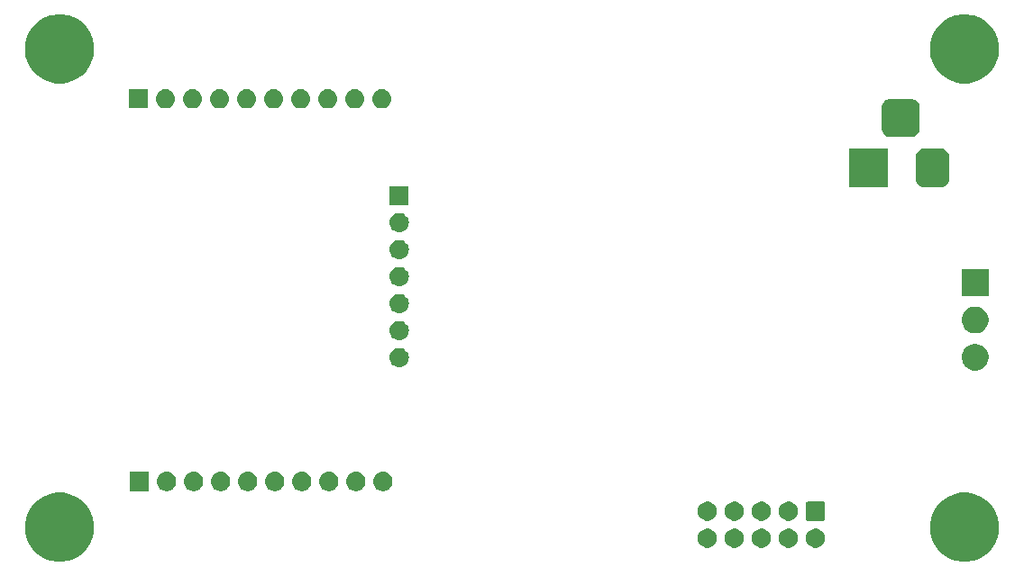
<source format=gbr>
G04 #@! TF.GenerationSoftware,KiCad,Pcbnew,(5.1.0)-1*
G04 #@! TF.CreationDate,2021-02-18T11:37:16+07:00*
G04 #@! TF.ProjectId,ESP32_BoardV1,45535033-325f-4426-9f61-726456312e6b,rev?*
G04 #@! TF.SameCoordinates,Original*
G04 #@! TF.FileFunction,Soldermask,Bot*
G04 #@! TF.FilePolarity,Negative*
%FSLAX46Y46*%
G04 Gerber Fmt 4.6, Leading zero omitted, Abs format (unit mm)*
G04 Created by KiCad (PCBNEW (5.1.0)-1) date 2021-02-18 11:37:16*
%MOMM*%
%LPD*%
G04 APERTURE LIST*
%ADD10C,0.100000*%
G04 APERTURE END LIST*
D10*
G36*
X212634239Y-131811467D02*
G01*
X212948282Y-131873934D01*
X213539926Y-132119001D01*
X214072392Y-132474784D01*
X214525216Y-132927608D01*
X214880999Y-133460074D01*
X215126066Y-134051718D01*
X215142831Y-134136000D01*
X215251000Y-134679803D01*
X215251000Y-135320197D01*
X215222068Y-135465646D01*
X215126066Y-135948282D01*
X214880999Y-136539926D01*
X214525216Y-137072392D01*
X214072392Y-137525216D01*
X213539926Y-137880999D01*
X212948282Y-138126066D01*
X212634239Y-138188533D01*
X212320197Y-138251000D01*
X211679803Y-138251000D01*
X211365761Y-138188533D01*
X211051718Y-138126066D01*
X210460074Y-137880999D01*
X209927608Y-137525216D01*
X209474784Y-137072392D01*
X209119001Y-136539926D01*
X208873934Y-135948282D01*
X208777932Y-135465646D01*
X208749000Y-135320197D01*
X208749000Y-134679803D01*
X208857169Y-134136000D01*
X208873934Y-134051718D01*
X209119001Y-133460074D01*
X209474784Y-132927608D01*
X209927608Y-132474784D01*
X210460074Y-132119001D01*
X211051718Y-131873934D01*
X211365761Y-131811467D01*
X211679803Y-131749000D01*
X212320197Y-131749000D01*
X212634239Y-131811467D01*
X212634239Y-131811467D01*
G37*
G36*
X127634239Y-131811467D02*
G01*
X127948282Y-131873934D01*
X128539926Y-132119001D01*
X129072392Y-132474784D01*
X129525216Y-132927608D01*
X129880999Y-133460074D01*
X130126066Y-134051718D01*
X130142831Y-134136000D01*
X130251000Y-134679803D01*
X130251000Y-135320197D01*
X130222068Y-135465646D01*
X130126066Y-135948282D01*
X129880999Y-136539926D01*
X129525216Y-137072392D01*
X129072392Y-137525216D01*
X128539926Y-137880999D01*
X127948282Y-138126066D01*
X127634239Y-138188533D01*
X127320197Y-138251000D01*
X126679803Y-138251000D01*
X126365761Y-138188533D01*
X126051718Y-138126066D01*
X125460074Y-137880999D01*
X124927608Y-137525216D01*
X124474784Y-137072392D01*
X124119001Y-136539926D01*
X123873934Y-135948282D01*
X123777932Y-135465646D01*
X123749000Y-135320197D01*
X123749000Y-134679803D01*
X123857169Y-134136000D01*
X123873934Y-134051718D01*
X124119001Y-133460074D01*
X124474784Y-132927608D01*
X124927608Y-132474784D01*
X125460074Y-132119001D01*
X126051718Y-131873934D01*
X126365761Y-131811467D01*
X126679803Y-131749000D01*
X127320197Y-131749000D01*
X127634239Y-131811467D01*
X127634239Y-131811467D01*
G37*
G36*
X187953512Y-135143927D02*
G01*
X188102812Y-135173624D01*
X188266784Y-135241544D01*
X188414354Y-135340147D01*
X188539853Y-135465646D01*
X188638456Y-135613216D01*
X188706376Y-135777188D01*
X188741000Y-135951259D01*
X188741000Y-136128741D01*
X188706376Y-136302812D01*
X188638456Y-136466784D01*
X188539853Y-136614354D01*
X188414354Y-136739853D01*
X188266784Y-136838456D01*
X188102812Y-136906376D01*
X187953512Y-136936073D01*
X187928742Y-136941000D01*
X187751258Y-136941000D01*
X187726488Y-136936073D01*
X187577188Y-136906376D01*
X187413216Y-136838456D01*
X187265646Y-136739853D01*
X187140147Y-136614354D01*
X187041544Y-136466784D01*
X186973624Y-136302812D01*
X186939000Y-136128741D01*
X186939000Y-135951259D01*
X186973624Y-135777188D01*
X187041544Y-135613216D01*
X187140147Y-135465646D01*
X187265646Y-135340147D01*
X187413216Y-135241544D01*
X187577188Y-135173624D01*
X187726488Y-135143927D01*
X187751258Y-135139000D01*
X187928742Y-135139000D01*
X187953512Y-135143927D01*
X187953512Y-135143927D01*
G37*
G36*
X195573512Y-135143927D02*
G01*
X195722812Y-135173624D01*
X195886784Y-135241544D01*
X196034354Y-135340147D01*
X196159853Y-135465646D01*
X196258456Y-135613216D01*
X196326376Y-135777188D01*
X196361000Y-135951259D01*
X196361000Y-136128741D01*
X196326376Y-136302812D01*
X196258456Y-136466784D01*
X196159853Y-136614354D01*
X196034354Y-136739853D01*
X195886784Y-136838456D01*
X195722812Y-136906376D01*
X195573512Y-136936073D01*
X195548742Y-136941000D01*
X195371258Y-136941000D01*
X195346488Y-136936073D01*
X195197188Y-136906376D01*
X195033216Y-136838456D01*
X194885646Y-136739853D01*
X194760147Y-136614354D01*
X194661544Y-136466784D01*
X194593624Y-136302812D01*
X194559000Y-136128741D01*
X194559000Y-135951259D01*
X194593624Y-135777188D01*
X194661544Y-135613216D01*
X194760147Y-135465646D01*
X194885646Y-135340147D01*
X195033216Y-135241544D01*
X195197188Y-135173624D01*
X195346488Y-135143927D01*
X195371258Y-135139000D01*
X195548742Y-135139000D01*
X195573512Y-135143927D01*
X195573512Y-135143927D01*
G37*
G36*
X193033512Y-135143927D02*
G01*
X193182812Y-135173624D01*
X193346784Y-135241544D01*
X193494354Y-135340147D01*
X193619853Y-135465646D01*
X193718456Y-135613216D01*
X193786376Y-135777188D01*
X193821000Y-135951259D01*
X193821000Y-136128741D01*
X193786376Y-136302812D01*
X193718456Y-136466784D01*
X193619853Y-136614354D01*
X193494354Y-136739853D01*
X193346784Y-136838456D01*
X193182812Y-136906376D01*
X193033512Y-136936073D01*
X193008742Y-136941000D01*
X192831258Y-136941000D01*
X192806488Y-136936073D01*
X192657188Y-136906376D01*
X192493216Y-136838456D01*
X192345646Y-136739853D01*
X192220147Y-136614354D01*
X192121544Y-136466784D01*
X192053624Y-136302812D01*
X192019000Y-136128741D01*
X192019000Y-135951259D01*
X192053624Y-135777188D01*
X192121544Y-135613216D01*
X192220147Y-135465646D01*
X192345646Y-135340147D01*
X192493216Y-135241544D01*
X192657188Y-135173624D01*
X192806488Y-135143927D01*
X192831258Y-135139000D01*
X193008742Y-135139000D01*
X193033512Y-135143927D01*
X193033512Y-135143927D01*
G37*
G36*
X198113512Y-135143927D02*
G01*
X198262812Y-135173624D01*
X198426784Y-135241544D01*
X198574354Y-135340147D01*
X198699853Y-135465646D01*
X198798456Y-135613216D01*
X198866376Y-135777188D01*
X198901000Y-135951259D01*
X198901000Y-136128741D01*
X198866376Y-136302812D01*
X198798456Y-136466784D01*
X198699853Y-136614354D01*
X198574354Y-136739853D01*
X198426784Y-136838456D01*
X198262812Y-136906376D01*
X198113512Y-136936073D01*
X198088742Y-136941000D01*
X197911258Y-136941000D01*
X197886488Y-136936073D01*
X197737188Y-136906376D01*
X197573216Y-136838456D01*
X197425646Y-136739853D01*
X197300147Y-136614354D01*
X197201544Y-136466784D01*
X197133624Y-136302812D01*
X197099000Y-136128741D01*
X197099000Y-135951259D01*
X197133624Y-135777188D01*
X197201544Y-135613216D01*
X197300147Y-135465646D01*
X197425646Y-135340147D01*
X197573216Y-135241544D01*
X197737188Y-135173624D01*
X197886488Y-135143927D01*
X197911258Y-135139000D01*
X198088742Y-135139000D01*
X198113512Y-135143927D01*
X198113512Y-135143927D01*
G37*
G36*
X190493512Y-135143927D02*
G01*
X190642812Y-135173624D01*
X190806784Y-135241544D01*
X190954354Y-135340147D01*
X191079853Y-135465646D01*
X191178456Y-135613216D01*
X191246376Y-135777188D01*
X191281000Y-135951259D01*
X191281000Y-136128741D01*
X191246376Y-136302812D01*
X191178456Y-136466784D01*
X191079853Y-136614354D01*
X190954354Y-136739853D01*
X190806784Y-136838456D01*
X190642812Y-136906376D01*
X190493512Y-136936073D01*
X190468742Y-136941000D01*
X190291258Y-136941000D01*
X190266488Y-136936073D01*
X190117188Y-136906376D01*
X189953216Y-136838456D01*
X189805646Y-136739853D01*
X189680147Y-136614354D01*
X189581544Y-136466784D01*
X189513624Y-136302812D01*
X189479000Y-136128741D01*
X189479000Y-135951259D01*
X189513624Y-135777188D01*
X189581544Y-135613216D01*
X189680147Y-135465646D01*
X189805646Y-135340147D01*
X189953216Y-135241544D01*
X190117188Y-135173624D01*
X190266488Y-135143927D01*
X190291258Y-135139000D01*
X190468742Y-135139000D01*
X190493512Y-135143927D01*
X190493512Y-135143927D01*
G37*
G36*
X198758600Y-132602989D02*
G01*
X198791652Y-132613015D01*
X198822103Y-132629292D01*
X198848799Y-132651201D01*
X198870708Y-132677897D01*
X198886985Y-132708348D01*
X198897011Y-132741400D01*
X198901000Y-132781903D01*
X198901000Y-134218097D01*
X198897011Y-134258600D01*
X198886985Y-134291652D01*
X198870708Y-134322103D01*
X198848799Y-134348799D01*
X198822103Y-134370708D01*
X198791652Y-134386985D01*
X198758600Y-134397011D01*
X198718097Y-134401000D01*
X197281903Y-134401000D01*
X197241400Y-134397011D01*
X197208348Y-134386985D01*
X197177897Y-134370708D01*
X197151201Y-134348799D01*
X197129292Y-134322103D01*
X197113015Y-134291652D01*
X197102989Y-134258600D01*
X197099000Y-134218097D01*
X197099000Y-132781903D01*
X197102989Y-132741400D01*
X197113015Y-132708348D01*
X197129292Y-132677897D01*
X197151201Y-132651201D01*
X197177897Y-132629292D01*
X197208348Y-132613015D01*
X197241400Y-132602989D01*
X197281903Y-132599000D01*
X198718097Y-132599000D01*
X198758600Y-132602989D01*
X198758600Y-132602989D01*
G37*
G36*
X195568796Y-132602989D02*
G01*
X195722812Y-132633624D01*
X195886784Y-132701544D01*
X196034354Y-132800147D01*
X196159853Y-132925646D01*
X196258456Y-133073216D01*
X196326376Y-133237188D01*
X196361000Y-133411259D01*
X196361000Y-133588741D01*
X196326376Y-133762812D01*
X196258456Y-133926784D01*
X196159853Y-134074354D01*
X196034354Y-134199853D01*
X195886784Y-134298456D01*
X195722812Y-134366376D01*
X195574341Y-134395908D01*
X195548742Y-134401000D01*
X195371258Y-134401000D01*
X195345659Y-134395908D01*
X195197188Y-134366376D01*
X195033216Y-134298456D01*
X194885646Y-134199853D01*
X194760147Y-134074354D01*
X194661544Y-133926784D01*
X194593624Y-133762812D01*
X194559000Y-133588741D01*
X194559000Y-133411259D01*
X194593624Y-133237188D01*
X194661544Y-133073216D01*
X194760147Y-132925646D01*
X194885646Y-132800147D01*
X195033216Y-132701544D01*
X195197188Y-132633624D01*
X195351204Y-132602989D01*
X195371258Y-132599000D01*
X195548742Y-132599000D01*
X195568796Y-132602989D01*
X195568796Y-132602989D01*
G37*
G36*
X193028796Y-132602989D02*
G01*
X193182812Y-132633624D01*
X193346784Y-132701544D01*
X193494354Y-132800147D01*
X193619853Y-132925646D01*
X193718456Y-133073216D01*
X193786376Y-133237188D01*
X193821000Y-133411259D01*
X193821000Y-133588741D01*
X193786376Y-133762812D01*
X193718456Y-133926784D01*
X193619853Y-134074354D01*
X193494354Y-134199853D01*
X193346784Y-134298456D01*
X193182812Y-134366376D01*
X193034341Y-134395908D01*
X193008742Y-134401000D01*
X192831258Y-134401000D01*
X192805659Y-134395908D01*
X192657188Y-134366376D01*
X192493216Y-134298456D01*
X192345646Y-134199853D01*
X192220147Y-134074354D01*
X192121544Y-133926784D01*
X192053624Y-133762812D01*
X192019000Y-133588741D01*
X192019000Y-133411259D01*
X192053624Y-133237188D01*
X192121544Y-133073216D01*
X192220147Y-132925646D01*
X192345646Y-132800147D01*
X192493216Y-132701544D01*
X192657188Y-132633624D01*
X192811204Y-132602989D01*
X192831258Y-132599000D01*
X193008742Y-132599000D01*
X193028796Y-132602989D01*
X193028796Y-132602989D01*
G37*
G36*
X190488796Y-132602989D02*
G01*
X190642812Y-132633624D01*
X190806784Y-132701544D01*
X190954354Y-132800147D01*
X191079853Y-132925646D01*
X191178456Y-133073216D01*
X191246376Y-133237188D01*
X191281000Y-133411259D01*
X191281000Y-133588741D01*
X191246376Y-133762812D01*
X191178456Y-133926784D01*
X191079853Y-134074354D01*
X190954354Y-134199853D01*
X190806784Y-134298456D01*
X190642812Y-134366376D01*
X190494341Y-134395908D01*
X190468742Y-134401000D01*
X190291258Y-134401000D01*
X190265659Y-134395908D01*
X190117188Y-134366376D01*
X189953216Y-134298456D01*
X189805646Y-134199853D01*
X189680147Y-134074354D01*
X189581544Y-133926784D01*
X189513624Y-133762812D01*
X189479000Y-133588741D01*
X189479000Y-133411259D01*
X189513624Y-133237188D01*
X189581544Y-133073216D01*
X189680147Y-132925646D01*
X189805646Y-132800147D01*
X189953216Y-132701544D01*
X190117188Y-132633624D01*
X190271204Y-132602989D01*
X190291258Y-132599000D01*
X190468742Y-132599000D01*
X190488796Y-132602989D01*
X190488796Y-132602989D01*
G37*
G36*
X187948796Y-132602989D02*
G01*
X188102812Y-132633624D01*
X188266784Y-132701544D01*
X188414354Y-132800147D01*
X188539853Y-132925646D01*
X188638456Y-133073216D01*
X188706376Y-133237188D01*
X188741000Y-133411259D01*
X188741000Y-133588741D01*
X188706376Y-133762812D01*
X188638456Y-133926784D01*
X188539853Y-134074354D01*
X188414354Y-134199853D01*
X188266784Y-134298456D01*
X188102812Y-134366376D01*
X187954341Y-134395908D01*
X187928742Y-134401000D01*
X187751258Y-134401000D01*
X187725659Y-134395908D01*
X187577188Y-134366376D01*
X187413216Y-134298456D01*
X187265646Y-134199853D01*
X187140147Y-134074354D01*
X187041544Y-133926784D01*
X186973624Y-133762812D01*
X186939000Y-133588741D01*
X186939000Y-133411259D01*
X186973624Y-133237188D01*
X187041544Y-133073216D01*
X187140147Y-132925646D01*
X187265646Y-132800147D01*
X187413216Y-132701544D01*
X187577188Y-132633624D01*
X187731204Y-132602989D01*
X187751258Y-132599000D01*
X187928742Y-132599000D01*
X187948796Y-132602989D01*
X187948796Y-132602989D01*
G37*
G36*
X152390442Y-129805518D02*
G01*
X152456627Y-129812037D01*
X152626466Y-129863557D01*
X152782991Y-129947222D01*
X152818729Y-129976552D01*
X152920186Y-130059814D01*
X153003448Y-130161271D01*
X153032778Y-130197009D01*
X153116443Y-130353534D01*
X153167963Y-130523373D01*
X153185359Y-130700000D01*
X153167963Y-130876627D01*
X153116443Y-131046466D01*
X153032778Y-131202991D01*
X153003448Y-131238729D01*
X152920186Y-131340186D01*
X152818729Y-131423448D01*
X152782991Y-131452778D01*
X152626466Y-131536443D01*
X152456627Y-131587963D01*
X152390442Y-131594482D01*
X152324260Y-131601000D01*
X152235740Y-131601000D01*
X152169558Y-131594482D01*
X152103373Y-131587963D01*
X151933534Y-131536443D01*
X151777009Y-131452778D01*
X151741271Y-131423448D01*
X151639814Y-131340186D01*
X151556552Y-131238729D01*
X151527222Y-131202991D01*
X151443557Y-131046466D01*
X151392037Y-130876627D01*
X151374641Y-130700000D01*
X151392037Y-130523373D01*
X151443557Y-130353534D01*
X151527222Y-130197009D01*
X151556552Y-130161271D01*
X151639814Y-130059814D01*
X151741271Y-129976552D01*
X151777009Y-129947222D01*
X151933534Y-129863557D01*
X152103373Y-129812037D01*
X152169558Y-129805518D01*
X152235740Y-129799000D01*
X152324260Y-129799000D01*
X152390442Y-129805518D01*
X152390442Y-129805518D01*
G37*
G36*
X157470442Y-129805518D02*
G01*
X157536627Y-129812037D01*
X157706466Y-129863557D01*
X157862991Y-129947222D01*
X157898729Y-129976552D01*
X158000186Y-130059814D01*
X158083448Y-130161271D01*
X158112778Y-130197009D01*
X158196443Y-130353534D01*
X158247963Y-130523373D01*
X158265359Y-130700000D01*
X158247963Y-130876627D01*
X158196443Y-131046466D01*
X158112778Y-131202991D01*
X158083448Y-131238729D01*
X158000186Y-131340186D01*
X157898729Y-131423448D01*
X157862991Y-131452778D01*
X157706466Y-131536443D01*
X157536627Y-131587963D01*
X157470442Y-131594482D01*
X157404260Y-131601000D01*
X157315740Y-131601000D01*
X157249558Y-131594482D01*
X157183373Y-131587963D01*
X157013534Y-131536443D01*
X156857009Y-131452778D01*
X156821271Y-131423448D01*
X156719814Y-131340186D01*
X156636552Y-131238729D01*
X156607222Y-131202991D01*
X156523557Y-131046466D01*
X156472037Y-130876627D01*
X156454641Y-130700000D01*
X156472037Y-130523373D01*
X156523557Y-130353534D01*
X156607222Y-130197009D01*
X156636552Y-130161271D01*
X156719814Y-130059814D01*
X156821271Y-129976552D01*
X156857009Y-129947222D01*
X157013534Y-129863557D01*
X157183373Y-129812037D01*
X157249558Y-129805518D01*
X157315740Y-129799000D01*
X157404260Y-129799000D01*
X157470442Y-129805518D01*
X157470442Y-129805518D01*
G37*
G36*
X135401000Y-131601000D02*
G01*
X133599000Y-131601000D01*
X133599000Y-129799000D01*
X135401000Y-129799000D01*
X135401000Y-131601000D01*
X135401000Y-131601000D01*
G37*
G36*
X137150442Y-129805518D02*
G01*
X137216627Y-129812037D01*
X137386466Y-129863557D01*
X137542991Y-129947222D01*
X137578729Y-129976552D01*
X137680186Y-130059814D01*
X137763448Y-130161271D01*
X137792778Y-130197009D01*
X137876443Y-130353534D01*
X137927963Y-130523373D01*
X137945359Y-130700000D01*
X137927963Y-130876627D01*
X137876443Y-131046466D01*
X137792778Y-131202991D01*
X137763448Y-131238729D01*
X137680186Y-131340186D01*
X137578729Y-131423448D01*
X137542991Y-131452778D01*
X137386466Y-131536443D01*
X137216627Y-131587963D01*
X137150442Y-131594482D01*
X137084260Y-131601000D01*
X136995740Y-131601000D01*
X136929558Y-131594482D01*
X136863373Y-131587963D01*
X136693534Y-131536443D01*
X136537009Y-131452778D01*
X136501271Y-131423448D01*
X136399814Y-131340186D01*
X136316552Y-131238729D01*
X136287222Y-131202991D01*
X136203557Y-131046466D01*
X136152037Y-130876627D01*
X136134641Y-130700000D01*
X136152037Y-130523373D01*
X136203557Y-130353534D01*
X136287222Y-130197009D01*
X136316552Y-130161271D01*
X136399814Y-130059814D01*
X136501271Y-129976552D01*
X136537009Y-129947222D01*
X136693534Y-129863557D01*
X136863373Y-129812037D01*
X136929558Y-129805518D01*
X136995740Y-129799000D01*
X137084260Y-129799000D01*
X137150442Y-129805518D01*
X137150442Y-129805518D01*
G37*
G36*
X139690442Y-129805518D02*
G01*
X139756627Y-129812037D01*
X139926466Y-129863557D01*
X140082991Y-129947222D01*
X140118729Y-129976552D01*
X140220186Y-130059814D01*
X140303448Y-130161271D01*
X140332778Y-130197009D01*
X140416443Y-130353534D01*
X140467963Y-130523373D01*
X140485359Y-130700000D01*
X140467963Y-130876627D01*
X140416443Y-131046466D01*
X140332778Y-131202991D01*
X140303448Y-131238729D01*
X140220186Y-131340186D01*
X140118729Y-131423448D01*
X140082991Y-131452778D01*
X139926466Y-131536443D01*
X139756627Y-131587963D01*
X139690442Y-131594482D01*
X139624260Y-131601000D01*
X139535740Y-131601000D01*
X139469558Y-131594482D01*
X139403373Y-131587963D01*
X139233534Y-131536443D01*
X139077009Y-131452778D01*
X139041271Y-131423448D01*
X138939814Y-131340186D01*
X138856552Y-131238729D01*
X138827222Y-131202991D01*
X138743557Y-131046466D01*
X138692037Y-130876627D01*
X138674641Y-130700000D01*
X138692037Y-130523373D01*
X138743557Y-130353534D01*
X138827222Y-130197009D01*
X138856552Y-130161271D01*
X138939814Y-130059814D01*
X139041271Y-129976552D01*
X139077009Y-129947222D01*
X139233534Y-129863557D01*
X139403373Y-129812037D01*
X139469558Y-129805518D01*
X139535740Y-129799000D01*
X139624260Y-129799000D01*
X139690442Y-129805518D01*
X139690442Y-129805518D01*
G37*
G36*
X142230442Y-129805518D02*
G01*
X142296627Y-129812037D01*
X142466466Y-129863557D01*
X142622991Y-129947222D01*
X142658729Y-129976552D01*
X142760186Y-130059814D01*
X142843448Y-130161271D01*
X142872778Y-130197009D01*
X142956443Y-130353534D01*
X143007963Y-130523373D01*
X143025359Y-130700000D01*
X143007963Y-130876627D01*
X142956443Y-131046466D01*
X142872778Y-131202991D01*
X142843448Y-131238729D01*
X142760186Y-131340186D01*
X142658729Y-131423448D01*
X142622991Y-131452778D01*
X142466466Y-131536443D01*
X142296627Y-131587963D01*
X142230442Y-131594482D01*
X142164260Y-131601000D01*
X142075740Y-131601000D01*
X142009558Y-131594482D01*
X141943373Y-131587963D01*
X141773534Y-131536443D01*
X141617009Y-131452778D01*
X141581271Y-131423448D01*
X141479814Y-131340186D01*
X141396552Y-131238729D01*
X141367222Y-131202991D01*
X141283557Y-131046466D01*
X141232037Y-130876627D01*
X141214641Y-130700000D01*
X141232037Y-130523373D01*
X141283557Y-130353534D01*
X141367222Y-130197009D01*
X141396552Y-130161271D01*
X141479814Y-130059814D01*
X141581271Y-129976552D01*
X141617009Y-129947222D01*
X141773534Y-129863557D01*
X141943373Y-129812037D01*
X142009558Y-129805518D01*
X142075740Y-129799000D01*
X142164260Y-129799000D01*
X142230442Y-129805518D01*
X142230442Y-129805518D01*
G37*
G36*
X144770442Y-129805518D02*
G01*
X144836627Y-129812037D01*
X145006466Y-129863557D01*
X145162991Y-129947222D01*
X145198729Y-129976552D01*
X145300186Y-130059814D01*
X145383448Y-130161271D01*
X145412778Y-130197009D01*
X145496443Y-130353534D01*
X145547963Y-130523373D01*
X145565359Y-130700000D01*
X145547963Y-130876627D01*
X145496443Y-131046466D01*
X145412778Y-131202991D01*
X145383448Y-131238729D01*
X145300186Y-131340186D01*
X145198729Y-131423448D01*
X145162991Y-131452778D01*
X145006466Y-131536443D01*
X144836627Y-131587963D01*
X144770442Y-131594482D01*
X144704260Y-131601000D01*
X144615740Y-131601000D01*
X144549558Y-131594482D01*
X144483373Y-131587963D01*
X144313534Y-131536443D01*
X144157009Y-131452778D01*
X144121271Y-131423448D01*
X144019814Y-131340186D01*
X143936552Y-131238729D01*
X143907222Y-131202991D01*
X143823557Y-131046466D01*
X143772037Y-130876627D01*
X143754641Y-130700000D01*
X143772037Y-130523373D01*
X143823557Y-130353534D01*
X143907222Y-130197009D01*
X143936552Y-130161271D01*
X144019814Y-130059814D01*
X144121271Y-129976552D01*
X144157009Y-129947222D01*
X144313534Y-129863557D01*
X144483373Y-129812037D01*
X144549558Y-129805518D01*
X144615740Y-129799000D01*
X144704260Y-129799000D01*
X144770442Y-129805518D01*
X144770442Y-129805518D01*
G37*
G36*
X147310442Y-129805518D02*
G01*
X147376627Y-129812037D01*
X147546466Y-129863557D01*
X147702991Y-129947222D01*
X147738729Y-129976552D01*
X147840186Y-130059814D01*
X147923448Y-130161271D01*
X147952778Y-130197009D01*
X148036443Y-130353534D01*
X148087963Y-130523373D01*
X148105359Y-130700000D01*
X148087963Y-130876627D01*
X148036443Y-131046466D01*
X147952778Y-131202991D01*
X147923448Y-131238729D01*
X147840186Y-131340186D01*
X147738729Y-131423448D01*
X147702991Y-131452778D01*
X147546466Y-131536443D01*
X147376627Y-131587963D01*
X147310442Y-131594482D01*
X147244260Y-131601000D01*
X147155740Y-131601000D01*
X147089558Y-131594482D01*
X147023373Y-131587963D01*
X146853534Y-131536443D01*
X146697009Y-131452778D01*
X146661271Y-131423448D01*
X146559814Y-131340186D01*
X146476552Y-131238729D01*
X146447222Y-131202991D01*
X146363557Y-131046466D01*
X146312037Y-130876627D01*
X146294641Y-130700000D01*
X146312037Y-130523373D01*
X146363557Y-130353534D01*
X146447222Y-130197009D01*
X146476552Y-130161271D01*
X146559814Y-130059814D01*
X146661271Y-129976552D01*
X146697009Y-129947222D01*
X146853534Y-129863557D01*
X147023373Y-129812037D01*
X147089558Y-129805518D01*
X147155740Y-129799000D01*
X147244260Y-129799000D01*
X147310442Y-129805518D01*
X147310442Y-129805518D01*
G37*
G36*
X149850442Y-129805518D02*
G01*
X149916627Y-129812037D01*
X150086466Y-129863557D01*
X150242991Y-129947222D01*
X150278729Y-129976552D01*
X150380186Y-130059814D01*
X150463448Y-130161271D01*
X150492778Y-130197009D01*
X150576443Y-130353534D01*
X150627963Y-130523373D01*
X150645359Y-130700000D01*
X150627963Y-130876627D01*
X150576443Y-131046466D01*
X150492778Y-131202991D01*
X150463448Y-131238729D01*
X150380186Y-131340186D01*
X150278729Y-131423448D01*
X150242991Y-131452778D01*
X150086466Y-131536443D01*
X149916627Y-131587963D01*
X149850442Y-131594482D01*
X149784260Y-131601000D01*
X149695740Y-131601000D01*
X149629558Y-131594482D01*
X149563373Y-131587963D01*
X149393534Y-131536443D01*
X149237009Y-131452778D01*
X149201271Y-131423448D01*
X149099814Y-131340186D01*
X149016552Y-131238729D01*
X148987222Y-131202991D01*
X148903557Y-131046466D01*
X148852037Y-130876627D01*
X148834641Y-130700000D01*
X148852037Y-130523373D01*
X148903557Y-130353534D01*
X148987222Y-130197009D01*
X149016552Y-130161271D01*
X149099814Y-130059814D01*
X149201271Y-129976552D01*
X149237009Y-129947222D01*
X149393534Y-129863557D01*
X149563373Y-129812037D01*
X149629558Y-129805518D01*
X149695740Y-129799000D01*
X149784260Y-129799000D01*
X149850442Y-129805518D01*
X149850442Y-129805518D01*
G37*
G36*
X154930442Y-129805518D02*
G01*
X154996627Y-129812037D01*
X155166466Y-129863557D01*
X155322991Y-129947222D01*
X155358729Y-129976552D01*
X155460186Y-130059814D01*
X155543448Y-130161271D01*
X155572778Y-130197009D01*
X155656443Y-130353534D01*
X155707963Y-130523373D01*
X155725359Y-130700000D01*
X155707963Y-130876627D01*
X155656443Y-131046466D01*
X155572778Y-131202991D01*
X155543448Y-131238729D01*
X155460186Y-131340186D01*
X155358729Y-131423448D01*
X155322991Y-131452778D01*
X155166466Y-131536443D01*
X154996627Y-131587963D01*
X154930442Y-131594482D01*
X154864260Y-131601000D01*
X154775740Y-131601000D01*
X154709558Y-131594482D01*
X154643373Y-131587963D01*
X154473534Y-131536443D01*
X154317009Y-131452778D01*
X154281271Y-131423448D01*
X154179814Y-131340186D01*
X154096552Y-131238729D01*
X154067222Y-131202991D01*
X153983557Y-131046466D01*
X153932037Y-130876627D01*
X153914641Y-130700000D01*
X153932037Y-130523373D01*
X153983557Y-130353534D01*
X154067222Y-130197009D01*
X154096552Y-130161271D01*
X154179814Y-130059814D01*
X154281271Y-129976552D01*
X154317009Y-129947222D01*
X154473534Y-129863557D01*
X154643373Y-129812037D01*
X154709558Y-129805518D01*
X154775740Y-129799000D01*
X154864260Y-129799000D01*
X154930442Y-129805518D01*
X154930442Y-129805518D01*
G37*
G36*
X213364903Y-117797075D02*
G01*
X213592571Y-117891378D01*
X213797466Y-118028285D01*
X213971715Y-118202534D01*
X214103534Y-118399815D01*
X214108623Y-118407431D01*
X214202925Y-118635097D01*
X214251000Y-118876786D01*
X214251000Y-119123214D01*
X214202925Y-119364903D01*
X214129160Y-119542989D01*
X214108622Y-119592571D01*
X213971715Y-119797466D01*
X213797466Y-119971715D01*
X213592571Y-120108622D01*
X213592570Y-120108623D01*
X213592569Y-120108623D01*
X213364903Y-120202925D01*
X213123214Y-120251000D01*
X212876786Y-120251000D01*
X212635097Y-120202925D01*
X212407431Y-120108623D01*
X212407430Y-120108623D01*
X212407429Y-120108622D01*
X212202534Y-119971715D01*
X212028285Y-119797466D01*
X211891378Y-119592571D01*
X211870841Y-119542989D01*
X211797075Y-119364903D01*
X211749000Y-119123214D01*
X211749000Y-118876786D01*
X211797075Y-118635097D01*
X211891377Y-118407431D01*
X211896466Y-118399815D01*
X212028285Y-118202534D01*
X212202534Y-118028285D01*
X212407429Y-117891378D01*
X212635097Y-117797075D01*
X212876786Y-117749000D01*
X213123214Y-117749000D01*
X213364903Y-117797075D01*
X213364903Y-117797075D01*
G37*
G36*
X159010442Y-118145518D02*
G01*
X159076627Y-118152037D01*
X159246466Y-118203557D01*
X159402991Y-118287222D01*
X159438729Y-118316552D01*
X159540186Y-118399814D01*
X159623448Y-118501271D01*
X159652778Y-118537009D01*
X159736443Y-118693534D01*
X159787963Y-118863373D01*
X159805359Y-119040000D01*
X159787963Y-119216627D01*
X159736443Y-119386466D01*
X159652778Y-119542991D01*
X159623448Y-119578729D01*
X159540186Y-119680186D01*
X159438729Y-119763448D01*
X159402991Y-119792778D01*
X159246466Y-119876443D01*
X159076627Y-119927963D01*
X159010442Y-119934482D01*
X158944260Y-119941000D01*
X158855740Y-119941000D01*
X158789558Y-119934482D01*
X158723373Y-119927963D01*
X158553534Y-119876443D01*
X158397009Y-119792778D01*
X158361271Y-119763448D01*
X158259814Y-119680186D01*
X158176552Y-119578729D01*
X158147222Y-119542991D01*
X158063557Y-119386466D01*
X158012037Y-119216627D01*
X157994641Y-119040000D01*
X158012037Y-118863373D01*
X158063557Y-118693534D01*
X158147222Y-118537009D01*
X158176552Y-118501271D01*
X158259814Y-118399814D01*
X158361271Y-118316552D01*
X158397009Y-118287222D01*
X158553534Y-118203557D01*
X158723373Y-118152037D01*
X158789558Y-118145518D01*
X158855740Y-118139000D01*
X158944260Y-118139000D01*
X159010442Y-118145518D01*
X159010442Y-118145518D01*
G37*
G36*
X159010443Y-115605519D02*
G01*
X159076627Y-115612037D01*
X159246466Y-115663557D01*
X159402991Y-115747222D01*
X159438729Y-115776552D01*
X159540186Y-115859814D01*
X159623448Y-115961271D01*
X159652778Y-115997009D01*
X159736443Y-116153534D01*
X159787963Y-116323373D01*
X159805359Y-116500000D01*
X159787963Y-116676627D01*
X159736443Y-116846466D01*
X159652778Y-117002991D01*
X159623448Y-117038729D01*
X159540186Y-117140186D01*
X159438729Y-117223448D01*
X159402991Y-117252778D01*
X159246466Y-117336443D01*
X159076627Y-117387963D01*
X159010442Y-117394482D01*
X158944260Y-117401000D01*
X158855740Y-117401000D01*
X158789558Y-117394482D01*
X158723373Y-117387963D01*
X158553534Y-117336443D01*
X158397009Y-117252778D01*
X158361271Y-117223448D01*
X158259814Y-117140186D01*
X158176552Y-117038729D01*
X158147222Y-117002991D01*
X158063557Y-116846466D01*
X158012037Y-116676627D01*
X157994641Y-116500000D01*
X158012037Y-116323373D01*
X158063557Y-116153534D01*
X158147222Y-115997009D01*
X158176552Y-115961271D01*
X158259814Y-115859814D01*
X158361271Y-115776552D01*
X158397009Y-115747222D01*
X158553534Y-115663557D01*
X158723373Y-115612037D01*
X158789557Y-115605519D01*
X158855740Y-115599000D01*
X158944260Y-115599000D01*
X159010443Y-115605519D01*
X159010443Y-115605519D01*
G37*
G36*
X213364903Y-114297075D02*
G01*
X213592571Y-114391378D01*
X213797466Y-114528285D01*
X213971715Y-114702534D01*
X214108622Y-114907429D01*
X214202925Y-115135097D01*
X214251000Y-115376787D01*
X214251000Y-115623213D01*
X214202925Y-115864903D01*
X214108622Y-116092571D01*
X213971715Y-116297466D01*
X213797466Y-116471715D01*
X213592571Y-116608622D01*
X213592570Y-116608623D01*
X213592569Y-116608623D01*
X213364903Y-116702925D01*
X213123214Y-116751000D01*
X212876786Y-116751000D01*
X212635097Y-116702925D01*
X212407431Y-116608623D01*
X212407430Y-116608623D01*
X212407429Y-116608622D01*
X212202534Y-116471715D01*
X212028285Y-116297466D01*
X211891378Y-116092571D01*
X211797075Y-115864903D01*
X211749000Y-115623213D01*
X211749000Y-115376787D01*
X211797075Y-115135097D01*
X211891378Y-114907429D01*
X212028285Y-114702534D01*
X212202534Y-114528285D01*
X212407429Y-114391378D01*
X212635097Y-114297075D01*
X212876786Y-114249000D01*
X213123214Y-114249000D01*
X213364903Y-114297075D01*
X213364903Y-114297075D01*
G37*
G36*
X159010442Y-113065518D02*
G01*
X159076627Y-113072037D01*
X159246466Y-113123557D01*
X159402991Y-113207222D01*
X159438729Y-113236552D01*
X159540186Y-113319814D01*
X159623448Y-113421271D01*
X159652778Y-113457009D01*
X159736443Y-113613534D01*
X159787963Y-113783373D01*
X159805359Y-113960000D01*
X159787963Y-114136627D01*
X159736443Y-114306466D01*
X159652778Y-114462991D01*
X159623448Y-114498729D01*
X159540186Y-114600186D01*
X159438729Y-114683448D01*
X159402991Y-114712778D01*
X159246466Y-114796443D01*
X159076627Y-114847963D01*
X159010442Y-114854482D01*
X158944260Y-114861000D01*
X158855740Y-114861000D01*
X158789558Y-114854482D01*
X158723373Y-114847963D01*
X158553534Y-114796443D01*
X158397009Y-114712778D01*
X158361271Y-114683448D01*
X158259814Y-114600186D01*
X158176552Y-114498729D01*
X158147222Y-114462991D01*
X158063557Y-114306466D01*
X158012037Y-114136627D01*
X157994641Y-113960000D01*
X158012037Y-113783373D01*
X158063557Y-113613534D01*
X158147222Y-113457009D01*
X158176552Y-113421271D01*
X158259814Y-113319814D01*
X158361271Y-113236552D01*
X158397009Y-113207222D01*
X158553534Y-113123557D01*
X158723373Y-113072037D01*
X158789558Y-113065518D01*
X158855740Y-113059000D01*
X158944260Y-113059000D01*
X159010442Y-113065518D01*
X159010442Y-113065518D01*
G37*
G36*
X214251000Y-113251000D02*
G01*
X211749000Y-113251000D01*
X211749000Y-110749000D01*
X214251000Y-110749000D01*
X214251000Y-113251000D01*
X214251000Y-113251000D01*
G37*
G36*
X159010442Y-110525518D02*
G01*
X159076627Y-110532037D01*
X159246466Y-110583557D01*
X159402991Y-110667222D01*
X159438729Y-110696552D01*
X159540186Y-110779814D01*
X159623448Y-110881271D01*
X159652778Y-110917009D01*
X159736443Y-111073534D01*
X159787963Y-111243373D01*
X159805359Y-111420000D01*
X159787963Y-111596627D01*
X159736443Y-111766466D01*
X159652778Y-111922991D01*
X159623448Y-111958729D01*
X159540186Y-112060186D01*
X159438729Y-112143448D01*
X159402991Y-112172778D01*
X159246466Y-112256443D01*
X159076627Y-112307963D01*
X159010442Y-112314482D01*
X158944260Y-112321000D01*
X158855740Y-112321000D01*
X158789558Y-112314482D01*
X158723373Y-112307963D01*
X158553534Y-112256443D01*
X158397009Y-112172778D01*
X158361271Y-112143448D01*
X158259814Y-112060186D01*
X158176552Y-111958729D01*
X158147222Y-111922991D01*
X158063557Y-111766466D01*
X158012037Y-111596627D01*
X157994641Y-111420000D01*
X158012037Y-111243373D01*
X158063557Y-111073534D01*
X158147222Y-110917009D01*
X158176552Y-110881271D01*
X158259814Y-110779814D01*
X158361271Y-110696552D01*
X158397009Y-110667222D01*
X158553534Y-110583557D01*
X158723373Y-110532037D01*
X158789558Y-110525518D01*
X158855740Y-110519000D01*
X158944260Y-110519000D01*
X159010442Y-110525518D01*
X159010442Y-110525518D01*
G37*
G36*
X159010443Y-107985519D02*
G01*
X159076627Y-107992037D01*
X159246466Y-108043557D01*
X159402991Y-108127222D01*
X159438729Y-108156552D01*
X159540186Y-108239814D01*
X159623448Y-108341271D01*
X159652778Y-108377009D01*
X159736443Y-108533534D01*
X159787963Y-108703373D01*
X159805359Y-108880000D01*
X159787963Y-109056627D01*
X159736443Y-109226466D01*
X159652778Y-109382991D01*
X159623448Y-109418729D01*
X159540186Y-109520186D01*
X159438729Y-109603448D01*
X159402991Y-109632778D01*
X159246466Y-109716443D01*
X159076627Y-109767963D01*
X159010443Y-109774481D01*
X158944260Y-109781000D01*
X158855740Y-109781000D01*
X158789557Y-109774481D01*
X158723373Y-109767963D01*
X158553534Y-109716443D01*
X158397009Y-109632778D01*
X158361271Y-109603448D01*
X158259814Y-109520186D01*
X158176552Y-109418729D01*
X158147222Y-109382991D01*
X158063557Y-109226466D01*
X158012037Y-109056627D01*
X157994641Y-108880000D01*
X158012037Y-108703373D01*
X158063557Y-108533534D01*
X158147222Y-108377009D01*
X158176552Y-108341271D01*
X158259814Y-108239814D01*
X158361271Y-108156552D01*
X158397009Y-108127222D01*
X158553534Y-108043557D01*
X158723373Y-107992037D01*
X158789557Y-107985519D01*
X158855740Y-107979000D01*
X158944260Y-107979000D01*
X159010443Y-107985519D01*
X159010443Y-107985519D01*
G37*
G36*
X159010442Y-105445518D02*
G01*
X159076627Y-105452037D01*
X159246466Y-105503557D01*
X159402991Y-105587222D01*
X159438729Y-105616552D01*
X159540186Y-105699814D01*
X159623448Y-105801271D01*
X159652778Y-105837009D01*
X159736443Y-105993534D01*
X159787963Y-106163373D01*
X159805359Y-106340000D01*
X159787963Y-106516627D01*
X159736443Y-106686466D01*
X159652778Y-106842991D01*
X159623448Y-106878729D01*
X159540186Y-106980186D01*
X159438729Y-107063448D01*
X159402991Y-107092778D01*
X159246466Y-107176443D01*
X159076627Y-107227963D01*
X159010442Y-107234482D01*
X158944260Y-107241000D01*
X158855740Y-107241000D01*
X158789558Y-107234482D01*
X158723373Y-107227963D01*
X158553534Y-107176443D01*
X158397009Y-107092778D01*
X158361271Y-107063448D01*
X158259814Y-106980186D01*
X158176552Y-106878729D01*
X158147222Y-106842991D01*
X158063557Y-106686466D01*
X158012037Y-106516627D01*
X157994641Y-106340000D01*
X158012037Y-106163373D01*
X158063557Y-105993534D01*
X158147222Y-105837009D01*
X158176552Y-105801271D01*
X158259814Y-105699814D01*
X158361271Y-105616552D01*
X158397009Y-105587222D01*
X158553534Y-105503557D01*
X158723373Y-105452037D01*
X158789557Y-105445519D01*
X158855740Y-105439000D01*
X158944260Y-105439000D01*
X159010442Y-105445518D01*
X159010442Y-105445518D01*
G37*
G36*
X159801000Y-104701000D02*
G01*
X157999000Y-104701000D01*
X157999000Y-102899000D01*
X159801000Y-102899000D01*
X159801000Y-104701000D01*
X159801000Y-104701000D01*
G37*
G36*
X209976979Y-99413293D02*
G01*
X210110625Y-99453834D01*
X210233784Y-99519664D01*
X210341740Y-99608260D01*
X210430336Y-99716216D01*
X210496166Y-99839375D01*
X210536707Y-99973021D01*
X210551000Y-100118140D01*
X210551000Y-102281860D01*
X210536707Y-102426979D01*
X210496166Y-102560625D01*
X210430336Y-102683784D01*
X210341740Y-102791740D01*
X210233784Y-102880336D01*
X210110625Y-102946166D01*
X209976979Y-102986707D01*
X209831860Y-103001000D01*
X208168140Y-103001000D01*
X208023021Y-102986707D01*
X207889375Y-102946166D01*
X207766216Y-102880336D01*
X207658260Y-102791740D01*
X207569664Y-102683784D01*
X207503834Y-102560625D01*
X207463293Y-102426979D01*
X207449000Y-102281860D01*
X207449000Y-100118140D01*
X207463293Y-99973021D01*
X207503834Y-99839375D01*
X207569664Y-99716216D01*
X207658260Y-99608260D01*
X207766216Y-99519664D01*
X207889375Y-99453834D01*
X208023021Y-99413293D01*
X208168140Y-99399000D01*
X209831860Y-99399000D01*
X209976979Y-99413293D01*
X209976979Y-99413293D01*
G37*
G36*
X204801000Y-103001000D02*
G01*
X201199000Y-103001000D01*
X201199000Y-99399000D01*
X204801000Y-99399000D01*
X204801000Y-103001000D01*
X204801000Y-103001000D01*
G37*
G36*
X207126366Y-94715695D02*
G01*
X207283460Y-94763349D01*
X207428231Y-94840731D01*
X207555128Y-94944872D01*
X207659269Y-95071769D01*
X207736651Y-95216540D01*
X207784305Y-95373634D01*
X207801000Y-95543140D01*
X207801000Y-97456860D01*
X207784305Y-97626366D01*
X207736651Y-97783460D01*
X207659269Y-97928231D01*
X207555128Y-98055128D01*
X207428231Y-98159269D01*
X207283460Y-98236651D01*
X207126366Y-98284305D01*
X206956860Y-98301000D01*
X205043140Y-98301000D01*
X204873634Y-98284305D01*
X204716540Y-98236651D01*
X204571769Y-98159269D01*
X204444872Y-98055128D01*
X204340731Y-97928231D01*
X204263349Y-97783460D01*
X204215695Y-97626366D01*
X204199000Y-97456860D01*
X204199000Y-95543140D01*
X204215695Y-95373634D01*
X204263349Y-95216540D01*
X204340731Y-95071769D01*
X204444872Y-94944872D01*
X204571769Y-94840731D01*
X204716540Y-94763349D01*
X204873634Y-94715695D01*
X205043140Y-94699000D01*
X206956860Y-94699000D01*
X207126366Y-94715695D01*
X207126366Y-94715695D01*
G37*
G36*
X144670443Y-93805519D02*
G01*
X144736627Y-93812037D01*
X144906466Y-93863557D01*
X145062991Y-93947222D01*
X145098729Y-93976552D01*
X145200186Y-94059814D01*
X145283448Y-94161271D01*
X145312778Y-94197009D01*
X145396443Y-94353534D01*
X145447963Y-94523373D01*
X145465359Y-94700000D01*
X145447963Y-94876627D01*
X145396443Y-95046466D01*
X145312778Y-95202991D01*
X145283448Y-95238729D01*
X145200186Y-95340186D01*
X145098729Y-95423448D01*
X145062991Y-95452778D01*
X144906466Y-95536443D01*
X144736627Y-95587963D01*
X144670442Y-95594482D01*
X144604260Y-95601000D01*
X144515740Y-95601000D01*
X144449558Y-95594482D01*
X144383373Y-95587963D01*
X144213534Y-95536443D01*
X144057009Y-95452778D01*
X144021271Y-95423448D01*
X143919814Y-95340186D01*
X143836552Y-95238729D01*
X143807222Y-95202991D01*
X143723557Y-95046466D01*
X143672037Y-94876627D01*
X143654641Y-94700000D01*
X143672037Y-94523373D01*
X143723557Y-94353534D01*
X143807222Y-94197009D01*
X143836552Y-94161271D01*
X143919814Y-94059814D01*
X144021271Y-93976552D01*
X144057009Y-93947222D01*
X144213534Y-93863557D01*
X144383373Y-93812037D01*
X144449557Y-93805519D01*
X144515740Y-93799000D01*
X144604260Y-93799000D01*
X144670443Y-93805519D01*
X144670443Y-93805519D01*
G37*
G36*
X135301000Y-95601000D02*
G01*
X133499000Y-95601000D01*
X133499000Y-93799000D01*
X135301000Y-93799000D01*
X135301000Y-95601000D01*
X135301000Y-95601000D01*
G37*
G36*
X137050443Y-93805519D02*
G01*
X137116627Y-93812037D01*
X137286466Y-93863557D01*
X137442991Y-93947222D01*
X137478729Y-93976552D01*
X137580186Y-94059814D01*
X137663448Y-94161271D01*
X137692778Y-94197009D01*
X137776443Y-94353534D01*
X137827963Y-94523373D01*
X137845359Y-94700000D01*
X137827963Y-94876627D01*
X137776443Y-95046466D01*
X137692778Y-95202991D01*
X137663448Y-95238729D01*
X137580186Y-95340186D01*
X137478729Y-95423448D01*
X137442991Y-95452778D01*
X137286466Y-95536443D01*
X137116627Y-95587963D01*
X137050442Y-95594482D01*
X136984260Y-95601000D01*
X136895740Y-95601000D01*
X136829558Y-95594482D01*
X136763373Y-95587963D01*
X136593534Y-95536443D01*
X136437009Y-95452778D01*
X136401271Y-95423448D01*
X136299814Y-95340186D01*
X136216552Y-95238729D01*
X136187222Y-95202991D01*
X136103557Y-95046466D01*
X136052037Y-94876627D01*
X136034641Y-94700000D01*
X136052037Y-94523373D01*
X136103557Y-94353534D01*
X136187222Y-94197009D01*
X136216552Y-94161271D01*
X136299814Y-94059814D01*
X136401271Y-93976552D01*
X136437009Y-93947222D01*
X136593534Y-93863557D01*
X136763373Y-93812037D01*
X136829557Y-93805519D01*
X136895740Y-93799000D01*
X136984260Y-93799000D01*
X137050443Y-93805519D01*
X137050443Y-93805519D01*
G37*
G36*
X139590443Y-93805519D02*
G01*
X139656627Y-93812037D01*
X139826466Y-93863557D01*
X139982991Y-93947222D01*
X140018729Y-93976552D01*
X140120186Y-94059814D01*
X140203448Y-94161271D01*
X140232778Y-94197009D01*
X140316443Y-94353534D01*
X140367963Y-94523373D01*
X140385359Y-94700000D01*
X140367963Y-94876627D01*
X140316443Y-95046466D01*
X140232778Y-95202991D01*
X140203448Y-95238729D01*
X140120186Y-95340186D01*
X140018729Y-95423448D01*
X139982991Y-95452778D01*
X139826466Y-95536443D01*
X139656627Y-95587963D01*
X139590442Y-95594482D01*
X139524260Y-95601000D01*
X139435740Y-95601000D01*
X139369558Y-95594482D01*
X139303373Y-95587963D01*
X139133534Y-95536443D01*
X138977009Y-95452778D01*
X138941271Y-95423448D01*
X138839814Y-95340186D01*
X138756552Y-95238729D01*
X138727222Y-95202991D01*
X138643557Y-95046466D01*
X138592037Y-94876627D01*
X138574641Y-94700000D01*
X138592037Y-94523373D01*
X138643557Y-94353534D01*
X138727222Y-94197009D01*
X138756552Y-94161271D01*
X138839814Y-94059814D01*
X138941271Y-93976552D01*
X138977009Y-93947222D01*
X139133534Y-93863557D01*
X139303373Y-93812037D01*
X139369557Y-93805519D01*
X139435740Y-93799000D01*
X139524260Y-93799000D01*
X139590443Y-93805519D01*
X139590443Y-93805519D01*
G37*
G36*
X142130443Y-93805519D02*
G01*
X142196627Y-93812037D01*
X142366466Y-93863557D01*
X142522991Y-93947222D01*
X142558729Y-93976552D01*
X142660186Y-94059814D01*
X142743448Y-94161271D01*
X142772778Y-94197009D01*
X142856443Y-94353534D01*
X142907963Y-94523373D01*
X142925359Y-94700000D01*
X142907963Y-94876627D01*
X142856443Y-95046466D01*
X142772778Y-95202991D01*
X142743448Y-95238729D01*
X142660186Y-95340186D01*
X142558729Y-95423448D01*
X142522991Y-95452778D01*
X142366466Y-95536443D01*
X142196627Y-95587963D01*
X142130442Y-95594482D01*
X142064260Y-95601000D01*
X141975740Y-95601000D01*
X141909558Y-95594482D01*
X141843373Y-95587963D01*
X141673534Y-95536443D01*
X141517009Y-95452778D01*
X141481271Y-95423448D01*
X141379814Y-95340186D01*
X141296552Y-95238729D01*
X141267222Y-95202991D01*
X141183557Y-95046466D01*
X141132037Y-94876627D01*
X141114641Y-94700000D01*
X141132037Y-94523373D01*
X141183557Y-94353534D01*
X141267222Y-94197009D01*
X141296552Y-94161271D01*
X141379814Y-94059814D01*
X141481271Y-93976552D01*
X141517009Y-93947222D01*
X141673534Y-93863557D01*
X141843373Y-93812037D01*
X141909557Y-93805519D01*
X141975740Y-93799000D01*
X142064260Y-93799000D01*
X142130443Y-93805519D01*
X142130443Y-93805519D01*
G37*
G36*
X157370443Y-93805519D02*
G01*
X157436627Y-93812037D01*
X157606466Y-93863557D01*
X157762991Y-93947222D01*
X157798729Y-93976552D01*
X157900186Y-94059814D01*
X157983448Y-94161271D01*
X158012778Y-94197009D01*
X158096443Y-94353534D01*
X158147963Y-94523373D01*
X158165359Y-94700000D01*
X158147963Y-94876627D01*
X158096443Y-95046466D01*
X158012778Y-95202991D01*
X157983448Y-95238729D01*
X157900186Y-95340186D01*
X157798729Y-95423448D01*
X157762991Y-95452778D01*
X157606466Y-95536443D01*
X157436627Y-95587963D01*
X157370442Y-95594482D01*
X157304260Y-95601000D01*
X157215740Y-95601000D01*
X157149558Y-95594482D01*
X157083373Y-95587963D01*
X156913534Y-95536443D01*
X156757009Y-95452778D01*
X156721271Y-95423448D01*
X156619814Y-95340186D01*
X156536552Y-95238729D01*
X156507222Y-95202991D01*
X156423557Y-95046466D01*
X156372037Y-94876627D01*
X156354641Y-94700000D01*
X156372037Y-94523373D01*
X156423557Y-94353534D01*
X156507222Y-94197009D01*
X156536552Y-94161271D01*
X156619814Y-94059814D01*
X156721271Y-93976552D01*
X156757009Y-93947222D01*
X156913534Y-93863557D01*
X157083373Y-93812037D01*
X157149557Y-93805519D01*
X157215740Y-93799000D01*
X157304260Y-93799000D01*
X157370443Y-93805519D01*
X157370443Y-93805519D01*
G37*
G36*
X154830443Y-93805519D02*
G01*
X154896627Y-93812037D01*
X155066466Y-93863557D01*
X155222991Y-93947222D01*
X155258729Y-93976552D01*
X155360186Y-94059814D01*
X155443448Y-94161271D01*
X155472778Y-94197009D01*
X155556443Y-94353534D01*
X155607963Y-94523373D01*
X155625359Y-94700000D01*
X155607963Y-94876627D01*
X155556443Y-95046466D01*
X155472778Y-95202991D01*
X155443448Y-95238729D01*
X155360186Y-95340186D01*
X155258729Y-95423448D01*
X155222991Y-95452778D01*
X155066466Y-95536443D01*
X154896627Y-95587963D01*
X154830442Y-95594482D01*
X154764260Y-95601000D01*
X154675740Y-95601000D01*
X154609558Y-95594482D01*
X154543373Y-95587963D01*
X154373534Y-95536443D01*
X154217009Y-95452778D01*
X154181271Y-95423448D01*
X154079814Y-95340186D01*
X153996552Y-95238729D01*
X153967222Y-95202991D01*
X153883557Y-95046466D01*
X153832037Y-94876627D01*
X153814641Y-94700000D01*
X153832037Y-94523373D01*
X153883557Y-94353534D01*
X153967222Y-94197009D01*
X153996552Y-94161271D01*
X154079814Y-94059814D01*
X154181271Y-93976552D01*
X154217009Y-93947222D01*
X154373534Y-93863557D01*
X154543373Y-93812037D01*
X154609557Y-93805519D01*
X154675740Y-93799000D01*
X154764260Y-93799000D01*
X154830443Y-93805519D01*
X154830443Y-93805519D01*
G37*
G36*
X152290443Y-93805519D02*
G01*
X152356627Y-93812037D01*
X152526466Y-93863557D01*
X152682991Y-93947222D01*
X152718729Y-93976552D01*
X152820186Y-94059814D01*
X152903448Y-94161271D01*
X152932778Y-94197009D01*
X153016443Y-94353534D01*
X153067963Y-94523373D01*
X153085359Y-94700000D01*
X153067963Y-94876627D01*
X153016443Y-95046466D01*
X152932778Y-95202991D01*
X152903448Y-95238729D01*
X152820186Y-95340186D01*
X152718729Y-95423448D01*
X152682991Y-95452778D01*
X152526466Y-95536443D01*
X152356627Y-95587963D01*
X152290442Y-95594482D01*
X152224260Y-95601000D01*
X152135740Y-95601000D01*
X152069558Y-95594482D01*
X152003373Y-95587963D01*
X151833534Y-95536443D01*
X151677009Y-95452778D01*
X151641271Y-95423448D01*
X151539814Y-95340186D01*
X151456552Y-95238729D01*
X151427222Y-95202991D01*
X151343557Y-95046466D01*
X151292037Y-94876627D01*
X151274641Y-94700000D01*
X151292037Y-94523373D01*
X151343557Y-94353534D01*
X151427222Y-94197009D01*
X151456552Y-94161271D01*
X151539814Y-94059814D01*
X151641271Y-93976552D01*
X151677009Y-93947222D01*
X151833534Y-93863557D01*
X152003373Y-93812037D01*
X152069557Y-93805519D01*
X152135740Y-93799000D01*
X152224260Y-93799000D01*
X152290443Y-93805519D01*
X152290443Y-93805519D01*
G37*
G36*
X149750443Y-93805519D02*
G01*
X149816627Y-93812037D01*
X149986466Y-93863557D01*
X150142991Y-93947222D01*
X150178729Y-93976552D01*
X150280186Y-94059814D01*
X150363448Y-94161271D01*
X150392778Y-94197009D01*
X150476443Y-94353534D01*
X150527963Y-94523373D01*
X150545359Y-94700000D01*
X150527963Y-94876627D01*
X150476443Y-95046466D01*
X150392778Y-95202991D01*
X150363448Y-95238729D01*
X150280186Y-95340186D01*
X150178729Y-95423448D01*
X150142991Y-95452778D01*
X149986466Y-95536443D01*
X149816627Y-95587963D01*
X149750442Y-95594482D01*
X149684260Y-95601000D01*
X149595740Y-95601000D01*
X149529558Y-95594482D01*
X149463373Y-95587963D01*
X149293534Y-95536443D01*
X149137009Y-95452778D01*
X149101271Y-95423448D01*
X148999814Y-95340186D01*
X148916552Y-95238729D01*
X148887222Y-95202991D01*
X148803557Y-95046466D01*
X148752037Y-94876627D01*
X148734641Y-94700000D01*
X148752037Y-94523373D01*
X148803557Y-94353534D01*
X148887222Y-94197009D01*
X148916552Y-94161271D01*
X148999814Y-94059814D01*
X149101271Y-93976552D01*
X149137009Y-93947222D01*
X149293534Y-93863557D01*
X149463373Y-93812037D01*
X149529557Y-93805519D01*
X149595740Y-93799000D01*
X149684260Y-93799000D01*
X149750443Y-93805519D01*
X149750443Y-93805519D01*
G37*
G36*
X147210443Y-93805519D02*
G01*
X147276627Y-93812037D01*
X147446466Y-93863557D01*
X147602991Y-93947222D01*
X147638729Y-93976552D01*
X147740186Y-94059814D01*
X147823448Y-94161271D01*
X147852778Y-94197009D01*
X147936443Y-94353534D01*
X147987963Y-94523373D01*
X148005359Y-94700000D01*
X147987963Y-94876627D01*
X147936443Y-95046466D01*
X147852778Y-95202991D01*
X147823448Y-95238729D01*
X147740186Y-95340186D01*
X147638729Y-95423448D01*
X147602991Y-95452778D01*
X147446466Y-95536443D01*
X147276627Y-95587963D01*
X147210442Y-95594482D01*
X147144260Y-95601000D01*
X147055740Y-95601000D01*
X146989558Y-95594482D01*
X146923373Y-95587963D01*
X146753534Y-95536443D01*
X146597009Y-95452778D01*
X146561271Y-95423448D01*
X146459814Y-95340186D01*
X146376552Y-95238729D01*
X146347222Y-95202991D01*
X146263557Y-95046466D01*
X146212037Y-94876627D01*
X146194641Y-94700000D01*
X146212037Y-94523373D01*
X146263557Y-94353534D01*
X146347222Y-94197009D01*
X146376552Y-94161271D01*
X146459814Y-94059814D01*
X146561271Y-93976552D01*
X146597009Y-93947222D01*
X146753534Y-93863557D01*
X146923373Y-93812037D01*
X146989557Y-93805519D01*
X147055740Y-93799000D01*
X147144260Y-93799000D01*
X147210443Y-93805519D01*
X147210443Y-93805519D01*
G37*
G36*
X127634239Y-86811467D02*
G01*
X127948282Y-86873934D01*
X128539926Y-87119001D01*
X129072392Y-87474784D01*
X129525216Y-87927608D01*
X129880999Y-88460074D01*
X130126066Y-89051718D01*
X130126066Y-89051719D01*
X130251000Y-89679803D01*
X130251000Y-90320197D01*
X130188533Y-90634239D01*
X130126066Y-90948282D01*
X129880999Y-91539926D01*
X129525216Y-92072392D01*
X129072392Y-92525216D01*
X128539926Y-92880999D01*
X127948282Y-93126066D01*
X127634239Y-93188533D01*
X127320197Y-93251000D01*
X126679803Y-93251000D01*
X126365761Y-93188533D01*
X126051718Y-93126066D01*
X125460074Y-92880999D01*
X124927608Y-92525216D01*
X124474784Y-92072392D01*
X124119001Y-91539926D01*
X123873934Y-90948282D01*
X123811467Y-90634239D01*
X123749000Y-90320197D01*
X123749000Y-89679803D01*
X123873934Y-89051719D01*
X123873934Y-89051718D01*
X124119001Y-88460074D01*
X124474784Y-87927608D01*
X124927608Y-87474784D01*
X125460074Y-87119001D01*
X126051718Y-86873934D01*
X126365761Y-86811467D01*
X126679803Y-86749000D01*
X127320197Y-86749000D01*
X127634239Y-86811467D01*
X127634239Y-86811467D01*
G37*
G36*
X212634239Y-86811467D02*
G01*
X212948282Y-86873934D01*
X213539926Y-87119001D01*
X214072392Y-87474784D01*
X214525216Y-87927608D01*
X214880999Y-88460074D01*
X215126066Y-89051718D01*
X215126066Y-89051719D01*
X215251000Y-89679803D01*
X215251000Y-90320197D01*
X215188533Y-90634239D01*
X215126066Y-90948282D01*
X214880999Y-91539926D01*
X214525216Y-92072392D01*
X214072392Y-92525216D01*
X213539926Y-92880999D01*
X212948282Y-93126066D01*
X212634239Y-93188533D01*
X212320197Y-93251000D01*
X211679803Y-93251000D01*
X211365761Y-93188533D01*
X211051718Y-93126066D01*
X210460074Y-92880999D01*
X209927608Y-92525216D01*
X209474784Y-92072392D01*
X209119001Y-91539926D01*
X208873934Y-90948282D01*
X208811467Y-90634239D01*
X208749000Y-90320197D01*
X208749000Y-89679803D01*
X208873934Y-89051719D01*
X208873934Y-89051718D01*
X209119001Y-88460074D01*
X209474784Y-87927608D01*
X209927608Y-87474784D01*
X210460074Y-87119001D01*
X211051718Y-86873934D01*
X211365761Y-86811467D01*
X211679803Y-86749000D01*
X212320197Y-86749000D01*
X212634239Y-86811467D01*
X212634239Y-86811467D01*
G37*
M02*

</source>
